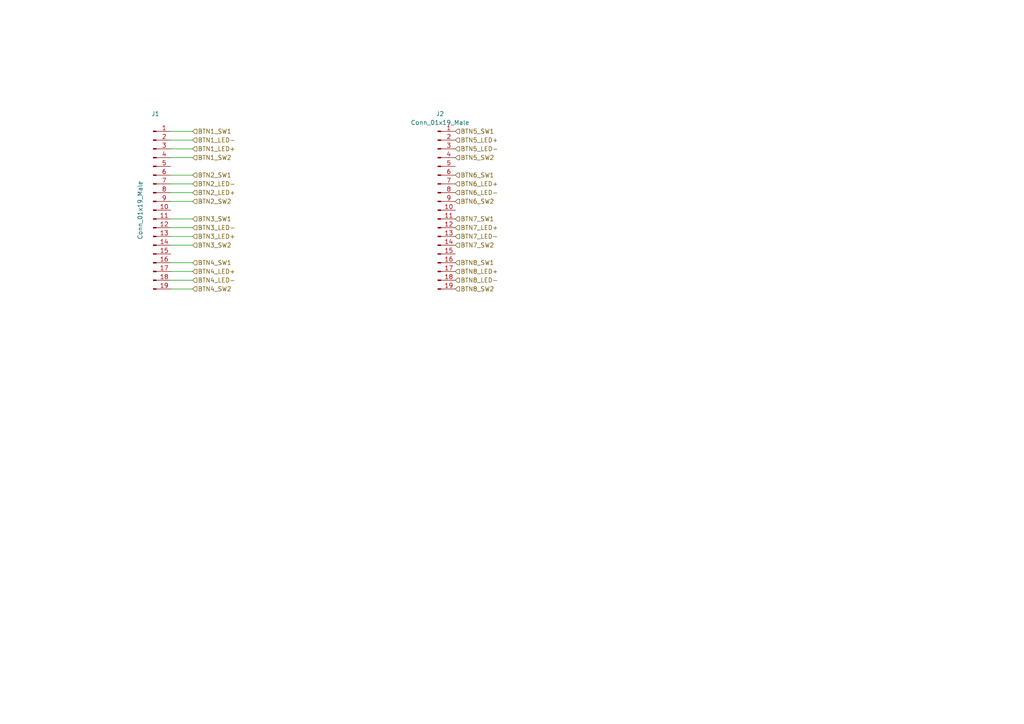
<source format=kicad_sch>
(kicad_sch (version 20211123) (generator eeschema)
  (paper "A4")
  (lib_symbols
    (symbol "Connector:Conn_01x19_Male" (pin_names (offset 1.016) hide)
      (property "Reference" "J" (at 0 25.4 0))
      (property "Value" "Conn_01x19_Male" (at 0 -25.4 0))
      (symbol "Conn_01x19_Male_1_1"
        (polyline (pts (xy 1.27 -22.86) (xy 0.8636 -22.86)) (stroke (width 0.1524)))
        (polyline (pts (xy 1.27 -20.32) (xy 0.8636 -20.32)) (stroke (width 0.1524)))
        (polyline (pts (xy 1.27 -17.78) (xy 0.8636 -17.78)) (stroke (width 0.1524)))
        (polyline (pts (xy 1.27 -15.24) (xy 0.8636 -15.24)) (stroke (width 0.1524)))
        (polyline (pts (xy 1.27 -12.7) (xy 0.8636 -12.7)) (stroke (width 0.1524)))
        (polyline (pts (xy 1.27 -10.16) (xy 0.8636 -10.16)) (stroke (width 0.1524)))
        (polyline (pts (xy 1.27 -7.62) (xy 0.8636 -7.62)) (stroke (width 0.1524)))
        (polyline (pts (xy 1.27 -5.08) (xy 0.8636 -5.08)) (stroke (width 0.1524)))
        (polyline (pts (xy 1.27 -2.54) (xy 0.8636 -2.54)) (stroke (width 0.1524)))
        (polyline (pts (xy 1.27 0) (xy 0.8636 0)) (stroke (width 0.1524)))
        (polyline (pts (xy 1.27 2.54) (xy 0.8636 2.54)) (stroke (width 0.1524)))
        (polyline (pts (xy 1.27 5.08) (xy 0.8636 5.08)) (stroke (width 0.1524)))
        (polyline (pts (xy 1.27 7.62) (xy 0.8636 7.62)) (stroke (width 0.1524)))
        (polyline (pts (xy 1.27 10.16) (xy 0.8636 10.16)) (stroke (width 0.1524)))
        (polyline (pts (xy 1.27 12.7) (xy 0.8636 12.7)) (stroke (width 0.1524)))
        (polyline (pts (xy 1.27 15.24) (xy 0.8636 15.24)) (stroke (width 0.1524)))
        (polyline (pts (xy 1.27 17.78) (xy 0.8636 17.78)) (stroke (width 0.1524)))
        (polyline (pts (xy 1.27 20.32) (xy 0.8636 20.32)) (stroke (width 0.1524)))
        (polyline (pts (xy 1.27 22.86) (xy 0.8636 22.86)) (stroke (width 0.1524)))
        (rectangle (start 0.8636 -22.733) (end 0 -22.987) (stroke (width 0.1524)) (fill (type outline)))
        (rectangle (start 0.8636 -20.193) (end 0 -20.447) (stroke (width 0.1524)) (fill (type outline)))
        (rectangle (start 0.8636 -17.653) (end 0 -17.907) (stroke (width 0.1524)) (fill (type outline)))
        (rectangle (start 0.8636 -15.113) (end 0 -15.367) (stroke (width 0.1524)) (fill (type outline)))
        (rectangle (start 0.8636 -12.573) (end 0 -12.827) (stroke (width 0.1524)) (fill (type outline)))
        (rectangle (start 0.8636 -10.033) (end 0 -10.287) (stroke (width 0.1524)) (fill (type outline)))
        (rectangle (start 0.8636 -7.493) (end 0 -7.747) (stroke (width 0.1524)) (fill (type outline)))
        (rectangle (start 0.8636 -4.953) (end 0 -5.207) (stroke (width 0.1524)) (fill (type outline)))
        (rectangle (start 0.8636 -2.413) (end 0 -2.667) (stroke (width 0.1524)) (fill (type outline)))
        (rectangle (start 0.8636 0.127) (end 0 -0.127) (stroke (width 0.1524)) (fill (type outline)))
        (rectangle (start 0.8636 2.667) (end 0 2.413) (stroke (width 0.1524)) (fill (type outline)))
        (rectangle (start 0.8636 5.207) (end 0 4.953) (stroke (width 0.1524)) (fill (type outline)))
        (rectangle (start 0.8636 7.747) (end 0 7.493) (stroke (width 0.1524)) (fill (type outline)))
        (rectangle (start 0.8636 10.287) (end 0 10.033) (stroke (width 0.1524)) (fill (type outline)))
        (rectangle (start 0.8636 12.827) (end 0 12.573) (stroke (width 0.1524)) (fill (type outline)))
        (rectangle (start 0.8636 15.367) (end 0 15.113) (stroke (width 0.1524)) (fill (type outline)))
        (rectangle (start 0.8636 17.907) (end 0 17.653) (stroke (width 0.1524)) (fill (type outline)))
        (rectangle (start 0.8636 20.447) (end 0 20.193) (stroke (width 0.1524)) (fill (type outline)))
        (rectangle (start 0.8636 22.987) (end 0 22.733) (stroke (width 0.1524)) (fill (type outline)))
        (pin passive line (at 5.08 22.86 180) (length 3.81) (name "Pin_1") (number "1"))
        (pin passive line (at 5.08 0 180) (length 3.81) (name "Pin_10") (number "10"))
        (pin passive line (at 5.08 -2.54 180) (length 3.81) (name "Pin_11") (number "11"))
        (pin passive line (at 5.08 -5.08 180) (length 3.81) (name "Pin_12") (number "12"))
        (pin passive line (at 5.08 -7.62 180) (length 3.81) (name "Pin_13") (number "13"))
        (pin passive line (at 5.08 -10.16 180) (length 3.81) (name "Pin_14") (number "14"))
        (pin passive line (at 5.08 -12.7 180) (length 3.81) (name "Pin_15") (number "15"))
        (pin passive line (at 5.08 -15.24 180) (length 3.81) (name "Pin_16") (number "16"))
        (pin passive line (at 5.08 -17.78 180) (length 3.81) (name "Pin_17") (number "17"))
        (pin passive line (at 5.08 -20.32 180) (length 3.81) (name "Pin_18") (number "18"))
        (pin passive line (at 5.08 -22.86 180) (length 3.81) (name "Pin_19") (number "19"))
        (pin passive line (at 5.08 20.32 180) (length 3.81) (name "Pin_2") (number "2"))
        (pin passive line (at 5.08 17.78 180) (length 3.81) (name "Pin_3") (number "3"))
        (pin passive line (at 5.08 15.24 180) (length 3.81) (name "Pin_4") (number "4"))
        (pin passive line (at 5.08 12.7 180) (length 3.81) (name "Pin_5") (number "5"))
        (pin passive line (at 5.08 10.16 180) (length 3.81) (name "Pin_6") (number "6"))
        (pin passive line (at 5.08 7.62 180) (length 3.81) (name "Pin_7") (number "7"))
        (pin passive line (at 5.08 5.08 180) (length 3.81) (name "Pin_8") (number "8"))
        (pin passive line (at 5.08 2.54 180) (length 3.81) (name "Pin_9") (number "9"))
      )
    )
  )
  (wire (pts (xy 49.53 66.04) (xy 55.88 66.04)))
  (wire (pts (xy 49.53 83.82) (xy 55.88 83.82)))
  (wire (pts (xy 49.53 40.64) (xy 55.88 40.64)))
  (wire (pts (xy 49.53 38.1) (xy 55.88 38.1)))
  (wire (pts (xy 49.53 76.2) (xy 55.88 76.2)))
  (wire (pts (xy 49.53 63.5) (xy 55.88 63.5)))
  (wire (pts (xy 49.53 43.18) (xy 55.88 43.18)))
  (wire (pts (xy 49.53 68.58) (xy 55.88 68.58)))
  (wire (pts (xy 49.53 45.72) (xy 55.88 45.72)))
  (wire (pts (xy 49.53 55.88) (xy 55.88 55.88)))
  (wire (pts (xy 49.53 81.28) (xy 55.88 81.28)))
  (wire (pts (xy 49.53 78.74) (xy 55.88 78.74)))
  (wire (pts (xy 49.53 53.34) (xy 55.88 53.34)))
  (wire (pts (xy 49.53 71.12) (xy 55.88 71.12)))
  (wire (pts (xy 49.53 58.42) (xy 55.88 58.42)))
  (wire (pts (xy 49.53 50.8) (xy 55.88 50.8)))
  (hierarchical_label "BTN8_SW2" (shape input) (at 132.08 83.82 0))
  (hierarchical_label "BTN8_SW1" (shape input) (at 132.08 76.2 0))
  (hierarchical_label "BTN6_SW1" (shape input) (at 132.08 50.8 0))
  (hierarchical_label "BTN3_LED-" (shape input) (at 55.88 66.04 0))
  (hierarchical_label "BTN7_SW2" (shape input) (at 132.08 71.12 0))
  (hierarchical_label "BTN8_LED+" (shape input) (at 132.08 78.74 0))
  (hierarchical_label "BTN3_SW1" (shape input) (at 55.88 63.5 0))
  (hierarchical_label "BTN1_LED+" (shape input) (at 55.88 43.18 0))
  (hierarchical_label "BTN2_SW1" (shape input) (at 55.88 50.8 0))
  (hierarchical_label "BTN8_LED-" (shape input) (at 132.08 81.28 0))
  (hierarchical_label "BTN2_SW2" (shape input) (at 55.88 58.42 0))
  (hierarchical_label "BTN1_SW2" (shape input) (at 55.88 45.72 0))
  (hierarchical_label "BTN6_LED+" (shape input) (at 132.08 53.34 0))
  (hierarchical_label "BTN7_LED+" (shape input) (at 132.08 66.04 0))
  (hierarchical_label "BTN6_SW2" (shape input) (at 132.08 58.42 0))
  (hierarchical_label "BTN6_LED-" (shape input) (at 132.08 55.88 0))
  (hierarchical_label "BTN4_SW2" (shape input) (at 55.88 83.82 0))
  (hierarchical_label "BTN5_SW1" (shape input) (at 132.08 38.1 0))
  (hierarchical_label "BTN5_LED+" (shape input) (at 132.08 40.64 0))
  (hierarchical_label "BTN1_LED-" (shape input) (at 55.88 40.64 0))
  (hierarchical_label "BTN2_LED-" (shape input) (at 55.88 53.34 0))
  (hierarchical_label "BTN5_SW2" (shape input) (at 132.08 45.72 0))
  (hierarchical_label "BTN4_LED-" (shape input) (at 55.88 81.28 0))
  (hierarchical_label "BTN1_SW1" (shape input) (at 55.88 38.1 0))
  (hierarchical_label "BTN7_LED-" (shape input) (at 132.08 68.58 0))
  (hierarchical_label "BTN3_SW2" (shape input) (at 55.88 71.12 0))
  (hierarchical_label "BTN4_LED+" (shape input) (at 55.88 78.74 0))
  (hierarchical_label "BTN7_SW1" (shape input) (at 132.08 63.5 0))
  (hierarchical_label "BTN2_LED+" (shape input) (at 55.88 55.88 0))
  (hierarchical_label "BTN4_SW1" (shape input) (at 55.88 76.2 0))
  (hierarchical_label "BTN5_LED-" (shape input) (at 132.08 43.18 0))
  (hierarchical_label "BTN3_LED+" (shape input) (at 55.88 68.58 0))
  (symbol (lib_id "Connector:Conn_01x19_Male") (at 44.45 60.96 0) (unit 1)
    (property "Reference" "J1" (at 45.085 33.02 0))
    (property "Value" "Conn_01x19_Male" (at 40.64 60.96 90))
  )
  (symbol (lib_id "Connector:Conn_01x19_Male") (at 127 60.96 0) (unit 1)
    (property "Reference" "J2" (at 127.635 33.02 0))
    (property "Value" "Conn_01x19_Male" (at 127.635 35.56 0))
  )
)
</source>
